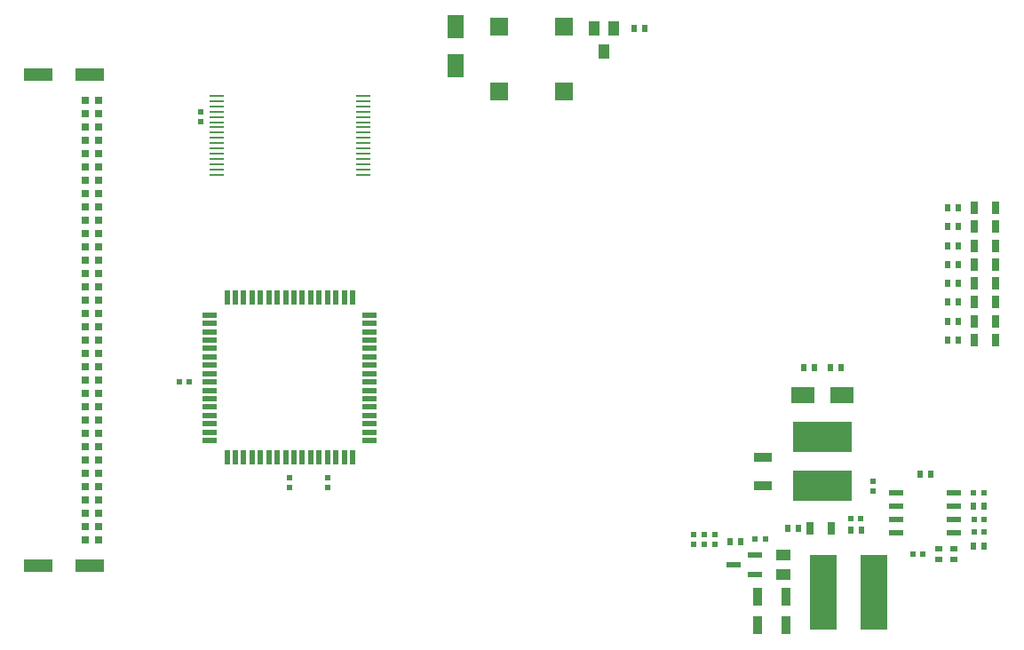
<source format=gbr>
G04 EAGLE Gerber RS-274X export*
G75*
%MOMM*%
%FSLAX34Y34*%
%LPD*%
%INSolderpaste Top*%
%IPPOS*%
%AMOC8*
5,1,8,0,0,1.08239X$1,22.5*%
G01*
G04 Define Apertures*
%ADD10R,1.460500X0.558800*%
%ADD11R,1.420200X1.031200*%
%ADD12R,0.535100X0.644000*%
%ADD13R,0.644000X0.535100*%
%ADD14R,0.558800X0.508000*%
%ADD15R,0.508000X0.558800*%
%ADD16R,0.711200X1.244600*%
%ADD17R,1.320800X0.558800*%
%ADD18R,2.180400X1.630000*%
%ADD19R,0.560000X0.629100*%
%ADD20R,1.752600X0.965200*%
%ADD21R,0.965200X1.752600*%
%ADD22R,5.689600X3.000000*%
%ADD23R,2.500000X7.100000*%
%ADD24R,0.508000X1.473200*%
%ADD25R,1.473200X0.508000*%
%ADD26R,1.800000X1.800000*%
%ADD27R,1.630000X2.180400*%
%ADD28R,1.409700X0.279400*%
%ADD29R,1.000000X1.400000*%
%ADD30R,2.700000X1.200000*%
%ADD31R,0.800000X0.800000*%
D10*
X856720Y152826D03*
X856720Y140126D03*
X856720Y127426D03*
X856720Y114726D03*
X911202Y114726D03*
X911202Y127426D03*
X911202Y140126D03*
X911202Y152826D03*
D11*
X748713Y75064D03*
X748713Y93454D03*
D12*
X778318Y272531D03*
X768168Y272531D03*
X698564Y106421D03*
X708714Y106421D03*
X763728Y119149D03*
X753578Y119149D03*
D13*
X897170Y99324D03*
X897170Y89174D03*
X911185Y89244D03*
X911185Y99394D03*
D12*
X930397Y102433D03*
X940547Y102433D03*
D14*
X834768Y163661D03*
X834768Y154263D03*
D15*
X939975Y152837D03*
X930577Y152837D03*
D14*
X663415Y103879D03*
X663415Y113277D03*
X684187Y103839D03*
X684187Y113237D03*
X673795Y103882D03*
X673795Y113280D03*
D12*
X804458Y272531D03*
X794308Y272531D03*
D15*
X881696Y94367D03*
X872298Y94367D03*
D12*
X813302Y117003D03*
X823452Y117003D03*
X879110Y170363D03*
X889260Y170363D03*
D15*
X822669Y128703D03*
X813271Y128703D03*
X940100Y127378D03*
X930702Y127378D03*
X940178Y115194D03*
X930780Y115194D03*
D12*
X930028Y140125D03*
X940178Y140125D03*
D16*
X794546Y119021D03*
X774480Y119021D03*
D17*
X721720Y75194D03*
X721720Y93482D03*
X701400Y84338D03*
D18*
X767934Y246175D03*
X805078Y246175D03*
D19*
X731851Y108869D03*
X722159Y108869D03*
D20*
X729765Y187026D03*
X729765Y159594D03*
D21*
X724184Y26512D03*
X751616Y26512D03*
X724092Y53514D03*
X751524Y53514D03*
D22*
X786506Y159297D03*
X786506Y206287D03*
D23*
X787081Y57998D03*
X835081Y57998D03*
D24*
X218590Y186295D03*
X226464Y186295D03*
X234592Y186295D03*
X242466Y186295D03*
X250594Y186295D03*
X258468Y186295D03*
X266596Y186295D03*
X274470Y186295D03*
X282598Y186295D03*
X290472Y186295D03*
X298600Y186295D03*
X306474Y186295D03*
X314602Y186295D03*
X322476Y186295D03*
X330604Y186295D03*
X338478Y186295D03*
D25*
X354734Y202551D03*
X354734Y210425D03*
X354734Y218553D03*
X354734Y226427D03*
X354734Y234555D03*
X354734Y242429D03*
X354734Y250557D03*
X354734Y258431D03*
X354734Y266559D03*
X354734Y274433D03*
X354734Y282561D03*
X354734Y290435D03*
X354734Y298563D03*
X354734Y306437D03*
X354734Y314565D03*
X354734Y322439D03*
D24*
X338478Y338695D03*
X330604Y338695D03*
X322476Y338695D03*
X314602Y338695D03*
X306474Y338695D03*
X298600Y338695D03*
X290472Y338695D03*
X282598Y338695D03*
X274470Y338695D03*
X266596Y338695D03*
X258468Y338695D03*
X250594Y338695D03*
X242466Y338695D03*
X234592Y338695D03*
X226464Y338695D03*
X218590Y338695D03*
D25*
X202334Y322439D03*
X202334Y314565D03*
X202334Y306437D03*
X202334Y298563D03*
X202334Y290435D03*
X202334Y282561D03*
X202334Y274433D03*
X202334Y266559D03*
X202334Y258431D03*
X202334Y250557D03*
X202334Y242429D03*
X202334Y234555D03*
X202334Y226427D03*
X202334Y218553D03*
X202334Y210425D03*
X202334Y202551D03*
D26*
X478141Y597433D03*
X539641Y597433D03*
X539641Y535933D03*
X478141Y535933D03*
D12*
X606632Y595755D03*
X616782Y595755D03*
D27*
X436958Y597339D03*
X436958Y560195D03*
D14*
X278642Y167251D03*
X278642Y157853D03*
X314712Y167251D03*
X314712Y157853D03*
D15*
X182469Y258466D03*
X173071Y258466D03*
D28*
X208868Y531317D03*
X208868Y526317D03*
X208868Y521317D03*
X208868Y516317D03*
X208868Y511317D03*
X208868Y506317D03*
X208868Y501317D03*
X208868Y496317D03*
X208868Y491317D03*
X208868Y486317D03*
X208868Y481317D03*
X208868Y476317D03*
X208868Y471317D03*
X208868Y466317D03*
X208868Y461317D03*
X208868Y456317D03*
X348868Y456317D03*
X348868Y461317D03*
X348868Y466317D03*
X348868Y471317D03*
X348868Y476317D03*
X348868Y481317D03*
X348868Y486317D03*
X348868Y491317D03*
X348868Y496317D03*
X348868Y501317D03*
X348868Y506317D03*
X348868Y511317D03*
X348868Y516317D03*
X348868Y521317D03*
X348868Y526317D03*
X348868Y531317D03*
D29*
X578220Y573525D03*
X568720Y595525D03*
X587720Y595525D03*
D30*
X88000Y552000D03*
X39000Y552000D03*
X88000Y83000D03*
X39000Y83000D03*
D31*
X96200Y527050D03*
X96200Y514350D03*
X96200Y501650D03*
X96200Y488950D03*
X96200Y476250D03*
X96200Y463550D03*
X96200Y450850D03*
X96200Y438150D03*
X96200Y425450D03*
X96200Y412750D03*
X96200Y400050D03*
X96200Y387350D03*
X96200Y374650D03*
X96200Y361950D03*
X96200Y349250D03*
X96200Y336550D03*
X96200Y323850D03*
X96200Y311150D03*
X96200Y298450D03*
X96200Y285750D03*
X96200Y273050D03*
X96200Y260350D03*
X96200Y247650D03*
X96200Y234950D03*
X96200Y222250D03*
X96200Y209550D03*
X96200Y196850D03*
X96200Y184150D03*
X96200Y158750D03*
X96200Y146050D03*
X96200Y133350D03*
X96200Y120650D03*
X96200Y107950D03*
X83500Y527050D03*
X83500Y514350D03*
X83500Y501650D03*
X83500Y488950D03*
X83500Y476250D03*
X83500Y463550D03*
X83500Y450850D03*
X83500Y438150D03*
X83500Y425450D03*
X83500Y412750D03*
X83500Y400050D03*
X83500Y387350D03*
X83500Y374650D03*
X83500Y361950D03*
X83500Y349250D03*
X83500Y336550D03*
X83500Y323850D03*
X83500Y311150D03*
X83500Y298450D03*
X83500Y285750D03*
X83500Y273050D03*
X83500Y260350D03*
X83500Y247650D03*
X83500Y234950D03*
X83500Y222250D03*
X83500Y209550D03*
X83500Y196850D03*
X83500Y184150D03*
X83500Y171450D03*
X83500Y158750D03*
X83500Y146050D03*
X83500Y133350D03*
X83500Y120650D03*
X83500Y107950D03*
X96200Y171450D03*
D16*
X951484Y424583D03*
X931418Y424583D03*
X951478Y298439D03*
X931412Y298439D03*
X951462Y316495D03*
X931396Y316495D03*
X951484Y334481D03*
X931418Y334481D03*
X951484Y352674D03*
X931418Y352674D03*
X951484Y370662D03*
X931418Y370662D03*
X951484Y388612D03*
X931418Y388612D03*
X951484Y406647D03*
X931418Y406647D03*
D12*
X905376Y424583D03*
X915526Y424583D03*
X905376Y406647D03*
X915526Y406647D03*
X905376Y388612D03*
X915526Y388612D03*
X905376Y370662D03*
X915526Y370662D03*
X905376Y352674D03*
X915526Y352674D03*
X905376Y334481D03*
X915526Y334481D03*
X905376Y316495D03*
X915526Y316495D03*
X905376Y298439D03*
X915526Y298439D03*
D14*
X193834Y506669D03*
X193834Y516067D03*
M02*

</source>
